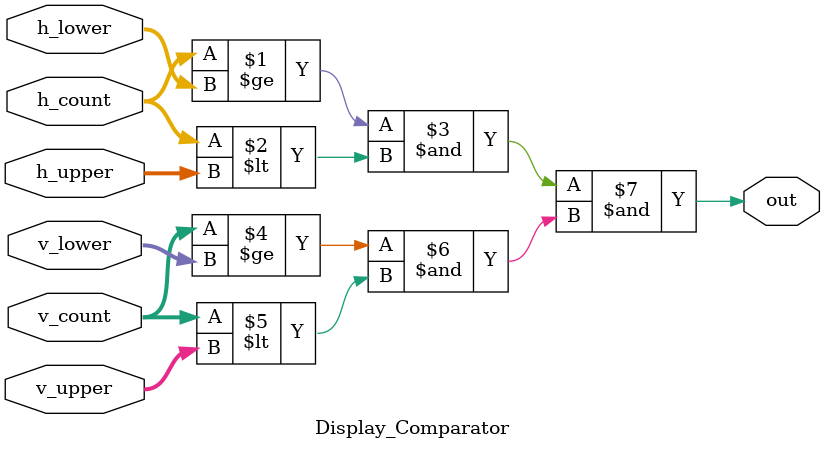
<source format=v>
`timescale 1ns / 1ps


module Display_Comparator(
    input [9:0] h_count,
    input [9:0] v_count,
    input [9:0] h_lower,
    input [9:0] h_upper,
    input [9:0] v_lower,
    input [9:0] v_upper,
    output out
    );
    
    assign out = (h_count >= h_lower & h_count < h_upper) & (v_count >= v_lower & v_count < v_upper);
    
endmodule

</source>
